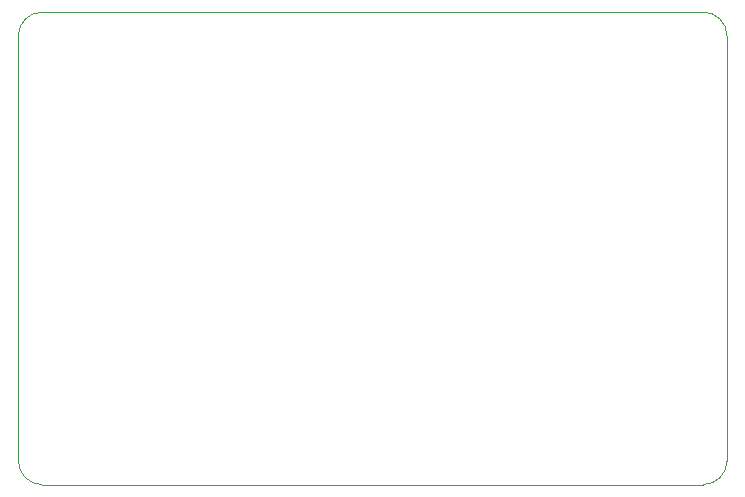
<source format=gm1>
G04 #@! TF.GenerationSoftware,KiCad,Pcbnew,6.0.0*
G04 #@! TF.CreationDate,2022-01-10T14:37:40+01:00*
G04 #@! TF.ProjectId,thermostat,74686572-6d6f-4737-9461-742e6b696361,rev?*
G04 #@! TF.SameCoordinates,Original*
G04 #@! TF.FileFunction,Profile,NP*
%FSLAX46Y46*%
G04 Gerber Fmt 4.6, Leading zero omitted, Abs format (unit mm)*
G04 Created by KiCad (PCBNEW 6.0.0) date 2022-01-10 14:37:40*
%MOMM*%
%LPD*%
G01*
G04 APERTURE LIST*
G04 #@! TA.AperFunction,Profile*
%ADD10C,0.100000*%
G04 #@! TD*
G04 APERTURE END LIST*
D10*
X130000000Y-113000000D02*
G75*
G03*
X132000000Y-115000000I1999999J-1D01*
G01*
X188000000Y-115000000D02*
X132000000Y-115000000D01*
X132000000Y-75000000D02*
X188000000Y-75000000D01*
X130000000Y-113000000D02*
X130000000Y-77000000D01*
X190000000Y-77000000D02*
G75*
G03*
X188000000Y-75000000I-1999999J1D01*
G01*
X188000000Y-115000000D02*
G75*
G03*
X190000000Y-113000000I1J1999999D01*
G01*
X132000000Y-75000000D02*
G75*
G03*
X130000000Y-77000000I-1J-1999999D01*
G01*
X190000000Y-77000000D02*
X190000000Y-113000000D01*
M02*

</source>
